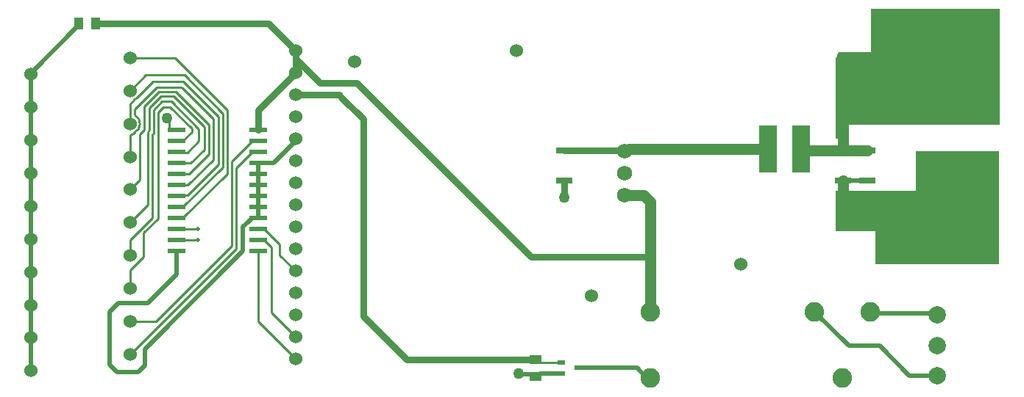
<source format=gtl>
G04*
G04 #@! TF.GenerationSoftware,Altium Limited,Altium Designer,21.7.2 (23)*
G04*
G04 Layer_Physical_Order=1*
G04 Layer_Color=255*
%FSLAX25Y25*%
%MOIN*%
G70*
G04*
G04 #@! TF.SameCoordinates,A3CC0EF7-59E5-4A17-9AAF-691C48D25572*
G04*
G04*
G04 #@! TF.FilePolarity,Positive*
G04*
G01*
G75*
%ADD11C,0.01000*%
%ADD15R,0.07505X0.02977*%
%ADD16R,0.08465X0.21654*%
%ADD17R,0.03937X0.05709*%
%ADD18R,0.03347X0.01968*%
%ADD19R,0.05709X0.03937*%
%ADD20R,0.07874X0.02362*%
%ADD35C,0.01000*%
%ADD36C,0.05000*%
%ADD37C,0.03000*%
%ADD38C,0.02000*%
%ADD39C,0.06890*%
%ADD40C,0.06000*%
%ADD41R,0.07087X0.07087*%
%ADD42C,0.07087*%
%ADD43C,0.07874*%
%ADD44C,0.08858*%
%ADD45C,0.05000*%
%ADD46C,0.02000*%
G36*
X447000Y64000D02*
X391000D01*
Y79000D01*
X373000D01*
X373000Y97500D01*
X409500D01*
Y115500D01*
X447000D01*
Y64000D01*
D02*
G37*
G36*
X447538Y179538D02*
X447500Y179500D01*
Y127500D01*
X379000D01*
Y121000D01*
X373000D01*
Y157500D01*
X374500Y160500D01*
X389000D01*
Y180000D01*
X447347D01*
X447538Y179538D01*
D02*
G37*
D11*
X55336Y123809D02*
G03*
X55752Y131687I-1954J4053D01*
G01*
X55212Y138712D02*
G03*
X56564Y139641I-1830J4111D01*
G01*
X74496Y80000D02*
X84000D01*
X74496Y75000D02*
X84000D01*
X53382Y23138D02*
X101500Y71256D01*
Y107752D01*
X65098Y38098D02*
X99500Y72500D01*
Y110752D01*
X53594Y38098D02*
X65098D01*
X71740Y125000D02*
X74496D01*
X71059Y125681D02*
X71740Y125000D01*
X71059Y125681D02*
Y128359D01*
X70000Y129418D02*
X71059Y128359D01*
X70000Y129418D02*
Y130500D01*
X111504Y80000D02*
X114260D01*
X121242Y73018D01*
Y68258D02*
Y73018D01*
Y68258D02*
X128500Y61000D01*
X111504Y75000D02*
X114260D01*
X117500Y71760D01*
Y42000D02*
X128500Y31000D01*
X117500Y42000D02*
Y71760D01*
X111504Y37996D02*
Y70000D01*
Y37996D02*
X128500Y21000D01*
X71586Y135586D02*
X81422Y125750D01*
X74496Y120000D02*
X77252D01*
X81422Y124170D01*
Y125750D01*
X66000Y133000D02*
X68586Y135586D01*
X71586D01*
X66000Y84917D02*
Y133000D01*
X59500Y78417D02*
X66000Y84917D01*
X59500Y67515D02*
Y78417D01*
X53382Y53059D02*
Y61397D01*
X59500Y67515D01*
X72000Y138000D02*
X84500Y125500D01*
X64000Y134172D02*
X67828Y138000D01*
X72000D01*
X64000Y123500D02*
Y134172D01*
X63500Y85245D02*
Y123000D01*
X64000Y123500D01*
X61882Y124882D02*
X62000Y125000D01*
X55328Y123805D02*
X55336Y123809D01*
X57882Y123172D02*
X57884D01*
X55382Y132058D02*
X55752Y131687D01*
X61500Y123960D02*
X61882Y124341D01*
X62000Y125000D02*
Y135000D01*
X59882Y125170D02*
Y135882D01*
X62000Y135000D02*
X67445Y140445D01*
X55382Y132058D02*
Y134382D01*
X57882Y102441D02*
Y123172D01*
X57884D02*
X59882Y125170D01*
X61882Y124341D02*
Y124882D01*
X59882Y135882D02*
X66445Y142445D01*
X55752Y131687D02*
X55752Y131687D01*
X61500Y91098D02*
Y123960D01*
X73000Y140445D02*
X78623Y134823D01*
X78677D01*
X67445Y140445D02*
X73000D01*
X65446Y144446D02*
X76555D01*
X77000Y144000D01*
X66445Y142445D02*
X74054D01*
X55382Y134382D02*
X65446Y144446D01*
X53382Y122868D02*
X55328Y123805D01*
X77000Y144000D02*
X91000Y130000D01*
X74760Y141740D02*
X89000Y127500D01*
X74054Y142445D02*
X74760Y141740D01*
X56564Y139641D02*
X63923Y147000D01*
X77500D02*
X93500Y131000D01*
X63923Y147000D02*
X77500D01*
X53382Y112902D02*
Y122868D01*
Y82980D02*
X61500Y91098D01*
X53382Y75127D02*
X63500Y85245D01*
X91000Y111500D02*
Y130000D01*
X79500Y100000D02*
X91000Y111500D01*
X78000Y150000D02*
X95500Y132500D01*
X60559Y150000D02*
X78000D01*
X53382Y142823D02*
X60559Y150000D01*
X53382Y136882D02*
X55212Y138712D01*
X53382Y127862D02*
Y136882D01*
X79347Y114847D02*
X84500Y120000D01*
Y125500D01*
X74649Y114847D02*
X79347D01*
X74496Y115000D02*
X74649Y114847D01*
X80828Y110000D02*
X87000Y116172D01*
Y126500D01*
X74496Y110000D02*
X80828D01*
X80000Y105000D02*
X89000Y114000D01*
Y127500D01*
X74496Y105000D02*
X80000D01*
X78677Y134823D02*
X87000Y126500D01*
X95500Y108248D02*
Y132500D01*
X77252Y85000D02*
X97500Y105248D01*
X73716Y157783D02*
X97500Y134000D01*
Y105248D02*
Y134000D01*
X79347Y95385D02*
X93500Y109538D01*
Y131000D01*
X77252Y90000D02*
X95500Y108248D01*
X53382Y68020D02*
Y75127D01*
Y97941D02*
X57882Y102441D01*
X53382Y157783D02*
X73716D01*
X99500Y110752D02*
X108748Y120000D01*
X101500Y107752D02*
X108748Y115000D01*
X74496Y100000D02*
X79500D01*
X74496Y95000D02*
X74882Y95385D01*
X79347D01*
X74496Y90000D02*
X77252D01*
X74496Y85000D02*
X77252D01*
X108748Y120000D02*
X111504D01*
X108748Y115000D02*
X111504D01*
X237000Y20740D02*
X238181Y19559D01*
X248661D01*
D15*
X387500Y102209D02*
D03*
Y115791D02*
D03*
X376500Y102209D02*
D03*
Y115791D02*
D03*
X250000Y102209D02*
D03*
Y115791D02*
D03*
D16*
X357579Y116500D02*
D03*
X342421D02*
D03*
D17*
X30260Y173500D02*
D03*
X37740D02*
D03*
D18*
X256339Y17000D02*
D03*
X248661Y14441D02*
D03*
Y19559D02*
D03*
D19*
X237000Y20740D02*
D03*
Y13260D02*
D03*
D20*
X111504Y125000D02*
D03*
Y120000D02*
D03*
Y115000D02*
D03*
Y110000D02*
D03*
Y105000D02*
D03*
Y100000D02*
D03*
Y95000D02*
D03*
Y90000D02*
D03*
Y85000D02*
D03*
Y80000D02*
D03*
Y75000D02*
D03*
Y70000D02*
D03*
X74496D02*
D03*
Y75000D02*
D03*
Y80000D02*
D03*
Y85000D02*
D03*
Y90000D02*
D03*
Y95000D02*
D03*
Y100000D02*
D03*
Y105000D02*
D03*
Y110000D02*
D03*
Y115000D02*
D03*
Y120000D02*
D03*
Y125000D02*
D03*
D35*
X56564Y139641D02*
D03*
D36*
X278026Y95500D02*
X286071D01*
X289000Y92571D01*
Y67500D02*
Y92571D01*
Y43500D02*
Y67500D01*
X288000Y42500D02*
X289000Y43500D01*
X279511Y116500D02*
X342421D01*
X278511Y115500D02*
X279511Y116500D01*
X431500Y81000D02*
Y101000D01*
Y145000D02*
Y165000D01*
X420500Y134000D02*
X431500Y145000D01*
X376500Y134000D02*
X420500D01*
X376500Y115791D02*
Y134000D01*
Y115791D02*
X387500D01*
X358287D02*
X376500D01*
X357579Y116500D02*
X358287Y115791D01*
X376500Y93500D02*
Y102209D01*
X430935Y101000D02*
X431500D01*
D37*
X250000Y94500D02*
Y102209D01*
X278231Y115780D02*
X278511Y115500D01*
X250011Y115780D02*
X278231D01*
X250000Y115791D02*
X250011Y115780D01*
X156000Y146500D02*
X235000Y67500D01*
X289000D01*
X111504Y125000D02*
Y134004D01*
X128500Y151000D01*
X139500Y146500D02*
X156000D01*
X128500Y157500D02*
X139500Y146500D01*
X128500Y157500D02*
Y161000D01*
Y151000D02*
Y157500D01*
X178760Y20740D02*
X237000D01*
X159000Y40500D02*
Y130000D01*
Y40500D02*
X178760Y20740D01*
X148000Y141000D02*
X149499Y139501D01*
X159000Y130000D01*
X128500Y141000D02*
X148000D01*
X37740Y173500D02*
X116000D01*
X128500Y161000D01*
D38*
X376500Y102209D02*
X387500D01*
X74496Y59496D02*
Y70000D01*
X61500Y46500D02*
X74496Y59496D01*
X48000Y46500D02*
X61500D01*
X44000Y42500D02*
X48000Y46500D01*
X44000Y18500D02*
Y42500D01*
X47500Y15000D02*
X57000D01*
X44000Y18500D02*
X47500Y15000D01*
X60000Y18000D02*
Y25500D01*
X57000Y15000D02*
X60000Y18000D01*
Y25500D02*
X104500Y70000D01*
X108748Y85000D02*
X111504D01*
X107153Y83405D02*
X108748Y85000D01*
X106962Y83405D02*
X107153D01*
X104500Y80943D02*
X106962Y83405D01*
X104500Y70000D02*
Y80943D01*
X128500Y120000D02*
Y121000D01*
X118500Y110000D02*
X128500Y120000D01*
X111504Y110000D02*
X118500D01*
X111504Y105000D02*
Y110000D01*
Y100000D02*
Y105000D01*
Y95000D02*
Y100000D01*
Y90000D02*
Y95000D01*
Y85000D02*
Y90000D01*
X229500Y14500D02*
X230000Y14000D01*
X236260D02*
X237000Y13260D01*
X230000Y14000D02*
X236260D01*
X30260Y172614D02*
Y173500D01*
X8500Y150854D02*
X30260Y172614D01*
X8500Y150303D02*
Y150854D01*
Y135343D02*
Y150303D01*
Y120382D02*
Y135343D01*
Y105421D02*
Y120382D01*
Y90461D02*
Y105421D01*
Y75500D02*
Y90461D01*
Y60539D02*
Y75500D01*
Y45579D02*
Y60539D01*
Y30618D02*
Y45579D01*
Y15657D02*
Y30618D01*
X379000Y27000D02*
X393000D01*
X406559Y13441D02*
X419000D01*
X393000Y27000D02*
X406559Y13441D01*
X363500Y42500D02*
X379000Y27000D01*
X388697Y42500D02*
X389447Y41750D01*
X418250D01*
X419000Y41000D01*
X256339Y17000D02*
X283084D01*
X287584Y12500D01*
X289090D01*
X239067Y14441D02*
X248661D01*
X237886Y13260D02*
X239067Y14441D01*
X237000Y13260D02*
X237886D01*
D39*
X277500Y95500D02*
D03*
Y105500D02*
D03*
Y115500D02*
D03*
D40*
X228500Y161000D02*
D03*
X155000Y156000D02*
D03*
X330000Y64000D02*
D03*
X128500Y161000D02*
D03*
Y151000D02*
D03*
Y141000D02*
D03*
Y21000D02*
D03*
Y31000D02*
D03*
Y41000D02*
D03*
Y51000D02*
D03*
Y61000D02*
D03*
Y71000D02*
D03*
Y81000D02*
D03*
Y91000D02*
D03*
Y101000D02*
D03*
Y111000D02*
D03*
Y121000D02*
D03*
Y131000D02*
D03*
X8500Y15657D02*
D03*
Y30618D02*
D03*
Y45579D02*
D03*
Y60539D02*
D03*
Y75500D02*
D03*
Y90461D02*
D03*
Y105421D02*
D03*
Y120382D02*
D03*
Y135343D02*
D03*
X53382Y23138D02*
D03*
X53594Y38098D02*
D03*
X53382Y53059D02*
D03*
Y68020D02*
D03*
Y82980D02*
D03*
Y97941D02*
D03*
Y112902D02*
D03*
Y127862D02*
D03*
X8500Y150303D02*
D03*
X53382Y142823D02*
D03*
Y157783D02*
D03*
X262588Y49637D02*
D03*
D41*
X431500Y145000D02*
D03*
Y81000D02*
D03*
D42*
Y165000D02*
D03*
Y101000D02*
D03*
D43*
X419000Y13441D02*
D03*
Y27220D02*
D03*
Y41000D02*
D03*
D44*
X289090Y42500D02*
D03*
X363500D02*
D03*
X388697D02*
D03*
X376098Y12500D02*
D03*
X289090D02*
D03*
D45*
X250000Y94500D02*
D03*
X70000Y130500D02*
D03*
X229500Y14500D02*
D03*
D46*
X84000Y75000D02*
D03*
Y80000D02*
D03*
M02*

</source>
